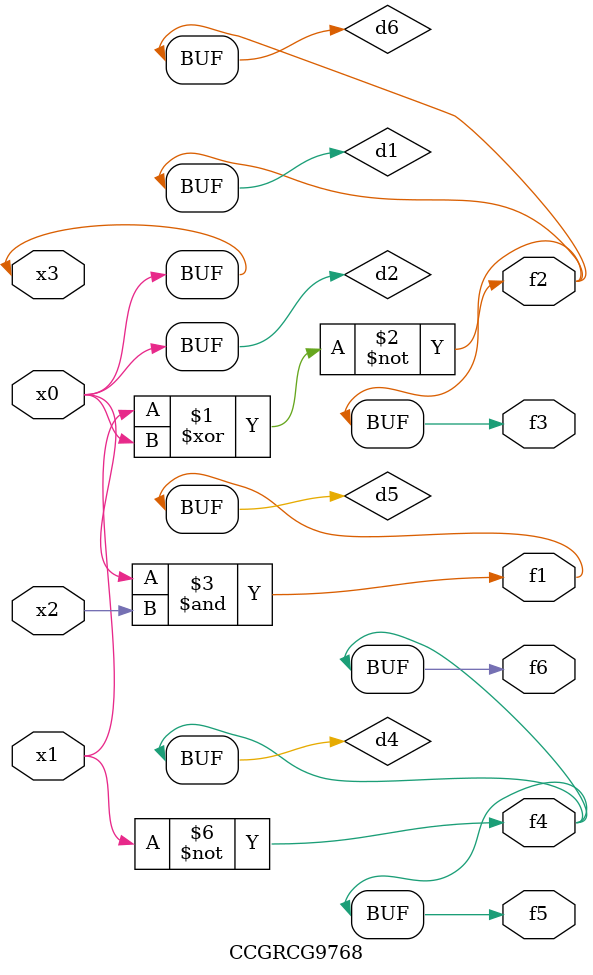
<source format=v>
module CCGRCG9768(
	input x0, x1, x2, x3,
	output f1, f2, f3, f4, f5, f6
);

	wire d1, d2, d3, d4, d5, d6;

	xnor (d1, x1, x3);
	buf (d2, x0, x3);
	nand (d3, x0, x2);
	not (d4, x1);
	nand (d5, d3);
	or (d6, d1);
	assign f1 = d5;
	assign f2 = d6;
	assign f3 = d6;
	assign f4 = d4;
	assign f5 = d4;
	assign f6 = d4;
endmodule

</source>
